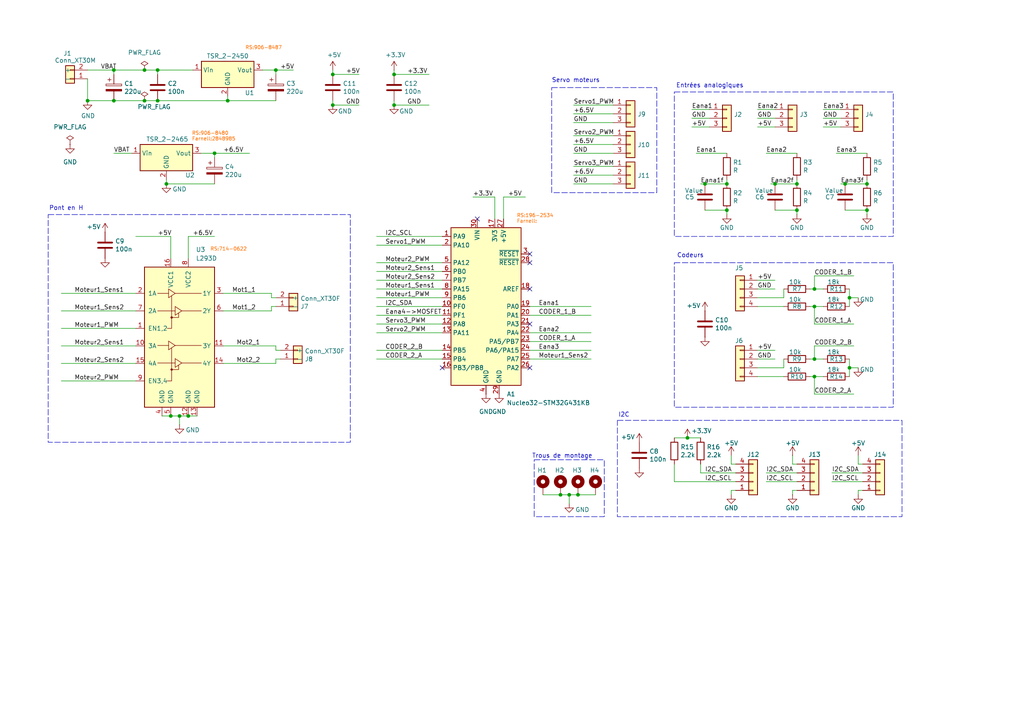
<source format=kicad_sch>
(kicad_sch (version 20231120) (generator "eeschema") (generator_version "8.0")
  (paper "A4")
  (lib_symbols
    (symbol "CRLG-CPU:Nucleo32-STM32G431KB"
      (property "Reference" "A" (at -10.16 23.495 0))
      (property "Value" "Nucleo32-STM32G431KB" (at 5.08 -24.13 0))
      (symbol "Nucleo32-STM32G431KB_0_1"
        (rectangle (start -10.16 22.86) (end 10.16 -22.86) (stroke (width 0.254)) (fill (type background)))
      )
      (symbol "Nucleo32-STM32G431KB_1_1"
        (pin bidirectional line (at -12.7 20.32 0) (length 2.54) (name "PA9") (number "1"))
        (pin bidirectional line (at -12.7 0 0) (length 2.54) (name "PF0") (number "10"))
        (pin bidirectional line (at -12.7 -2.54 0) (length 2.54) (name "PF1") (number "11"))
        (pin bidirectional line (at -12.7 -5.08 0) (length 2.54) (name "PA8") (number "12"))
        (pin bidirectional line (at -12.7 -7.62 0) (length 2.54) (name "PA11") (number "13"))
        (pin bidirectional line (at -12.7 -12.7 0) (length 2.54) (name "PB5") (number "14"))
        (pin bidirectional line (at -12.7 -15.24 0) (length 2.54) (name "PB4") (number "15"))
        (pin bidirectional line (at -12.7 -17.78 0) (length 2.54) (name "PB3/PB8") (number "16"))
        (pin power_out line (at 2.54 25.4 270) (length 2.54) (name "3V3") (number "17"))
        (pin input line (at 12.7 5.08 180) (length 2.54) (name "AREF") (number "18"))
        (pin bidirectional line (at 12.7 0 180) (length 2.54) (name "PA0") (number "19"))
        (pin bidirectional line (at -12.7 17.78 0) (length 2.54) (name "PA10") (number "2"))
        (pin bidirectional line (at 12.7 -2.54 180) (length 2.54) (name "PA1") (number "20"))
        (pin bidirectional line (at 12.7 -5.08 180) (length 2.54) (name "PA3") (number "21"))
        (pin bidirectional line (at 12.7 -7.62 180) (length 2.54) (name "PA4") (number "22"))
        (pin bidirectional line (at 12.7 -10.16 180) (length 2.54) (name "PA5/PB7") (number "23"))
        (pin bidirectional line (at 12.7 -12.7 180) (length 2.54) (name "PA6/PA15") (number "24"))
        (pin bidirectional line (at 12.7 -15.24 180) (length 2.54) (name "PA7") (number "25"))
        (pin bidirectional line (at 12.7 -17.78 180) (length 2.54) (name "PA2") (number "26"))
        (pin power_out line (at 5.08 25.4 270) (length 2.54) (name "+5V") (number "27"))
        (pin input line (at 12.7 12.7 180) (length 2.54) (name "~{RESET}") (number "28"))
        (pin passive line (at 3.81 -25.4 90) (length 2.54) (name "GND") (number "29"))
        (pin input line (at 12.7 15.24 180) (length 2.54) (name "~{RESET}") (number "3"))
        (pin power_in line (at -2.54 25.4 270) (length 2.54) (name "VIN") (number "30"))
        (pin power_in line (at 0 -25.4 90) (length 2.54) (name "GND") (number "4"))
        (pin bidirectional line (at -12.7 12.7 0) (length 2.54) (name "PA12") (number "5"))
        (pin bidirectional line (at -12.7 10.16 0) (length 2.54) (name "PB0") (number "6"))
        (pin bidirectional line (at -12.7 7.62 0) (length 2.54) (name "PB7") (number "7"))
        (pin bidirectional line (at -12.7 5.08 0) (length 2.54) (name "PA15") (number "8"))
        (pin bidirectional line (at -12.7 2.54 0) (length 2.54) (name "PB6") (number "9"))
      )
    )
    (symbol "CRLG-Connectors:Conn_01x03" (pin_names (offset 1.016) hide)
      (property "Reference" "J" (at 0 5.08 0))
      (property "Value" "Conn_01x03" (at 0 -5.08 0))
      (symbol "Conn_01x03_1_1"
        (rectangle (start -1.27 -2.413) (end 0 -2.667) (stroke (width 0.1524)))
        (rectangle (start -1.27 0.127) (end 0 -0.127) (stroke (width 0.1524)))
        (rectangle (start -1.27 2.667) (end 0 2.413) (stroke (width 0.1524)))
        (rectangle (start -1.27 3.81) (end 1.27 -3.81) (stroke (width 0.254)) (fill (type background)))
        (pin passive line (at -5.08 2.54 0) (length 3.81) (name "Pin_1") (number "1"))
        (pin passive line (at -5.08 0 0) (length 3.81) (name "Pin_2") (number "2"))
        (pin passive line (at -5.08 -2.54 0) (length 3.81) (name "Pin_3") (number "3"))
      )
    )
    (symbol "CRLG-Connectors:Conn_01x04" (pin_names (offset 1.016) hide)
      (property "Reference" "J" (at 0 5.08 0))
      (property "Value" "Conn_01x04" (at 0 -7.62 0))
      (symbol "Conn_01x04_1_1"
        (rectangle (start -1.27 -4.953) (end 0 -5.207) (stroke (width 0.1524)))
        (rectangle (start -1.27 -2.413) (end 0 -2.667) (stroke (width 0.1524)))
        (rectangle (start -1.27 0.127) (end 0 -0.127) (stroke (width 0.1524)))
        (rectangle (start -1.27 2.667) (end 0 2.413) (stroke (width 0.1524)))
        (rectangle (start -1.27 3.81) (end 1.27 -6.35) (stroke (width 0.254)) (fill (type background)))
        (pin passive line (at -5.08 2.54 0) (length 3.81) (name "Pin_1") (number "1"))
        (pin passive line (at -5.08 0 0) (length 3.81) (name "Pin_2") (number "2"))
        (pin passive line (at -5.08 -2.54 0) (length 3.81) (name "Pin_3") (number "3"))
        (pin passive line (at -5.08 -5.08 0) (length 3.81) (name "Pin_4") (number "4"))
      )
    )
    (symbol "CRLG-Connectors:Conn_XT30F" (pin_names (offset 1.016))
      (property "Reference" "J" (at 0 2.54 0))
      (property "Value" "Conn_XT30F" (at 0 -5.08 0))
      (symbol "Conn_XT30F_1_1"
        (rectangle (start -1.27 -2.413) (end 0 -2.667) (stroke (width 0.1524)))
        (rectangle (start -1.27 0.127) (end 0 -0.127) (stroke (width 0.1524)))
        (rectangle (start -1.27 1.27) (end 1.27 -3.81) (stroke (width 0.254)) (fill (type background)))
        (pin passive line (at -5.08 0 0) (length 3.81) (name "-") (number "1"))
        (pin passive line (at -5.08 -2.54 0) (length 3.81) (name "+") (number "2"))
      )
    )
    (symbol "CRLG-Connectors:Conn_XT30M" (pin_names (offset 1.016))
      (property "Reference" "J" (at 0 2.54 0))
      (property "Value" "Conn_XT30M" (at 0 -5.08 0))
      (symbol "Conn_XT30M_1_1"
        (rectangle (start -1.27 -2.413) (end 0 -2.667) (stroke (width 0.1524)))
        (rectangle (start -1.27 0.127) (end 0 -0.127) (stroke (width 0.1524)))
        (rectangle (start -1.27 1.27) (end 1.27 -3.81) (stroke (width 0.254)) (fill (type background)))
        (pin passive line (at -5.08 0 0) (length 3.81) (name "-") (number "1"))
        (pin passive line (at -5.08 -2.54 0) (length 3.81) (name "+") (number "2"))
      )
    )
    (symbol "CRLG-Passive:C" (pin_numbers hide) (pin_names (offset 0.254))
      (property "Reference" "C" (at 0.635 2.54 0))
      (property "Value" "C" (at 0.635 -2.54 0))
      (symbol "C_0_1"
        (polyline (pts (xy -2.032 -0.762) (xy 2.032 -0.762)) (stroke (width 0.508)))
        (polyline (pts (xy -2.032 0.762) (xy 2.032 0.762)) (stroke (width 0.508)))
      )
      (symbol "C_1_1"
        (pin passive line (at 0 3.81 270) (length 2.794) (name "~") (number "1"))
        (pin passive line (at 0 -3.81 90) (length 2.794) (name "~") (number "2"))
      )
    )
    (symbol "CRLG-Passive:CP" (pin_numbers hide) (pin_names (offset 0.254))
      (property "Reference" "C" (at 0.635 2.54 0))
      (property "Value" "CP" (at 0.635 -2.54 0))
      (symbol "CP_0_1"
        (rectangle (start -2.286 0.508) (end 2.286 1.016))
        (polyline (pts (xy -1.778 2.286) (xy -0.762 2.286)))
        (polyline (pts (xy -1.27 2.794) (xy -1.27 1.778)))
        (rectangle (start 2.286 -0.508) (end -2.286 -1.016) (fill (type outline)))
      )
      (symbol "CP_1_1"
        (pin passive line (at 0 3.81 270) (length 2.794) (name "~") (number "1"))
        (pin passive line (at 0 -3.81 90) (length 2.794) (name "~") (number "2"))
      )
    )
    (symbol "CRLG-Passive:R" (pin_numbers hide) (pin_names (offset 0))
      (property "Reference" "R" (at 2.032 0 90))
      (property "Value" "R" (at 0 0 90))
      (symbol "R_0_1"
        (rectangle (start -1.016 -2.54) (end 1.016 2.54) (stroke (width 0.254)))
      )
      (symbol "R_1_1"
        (pin passive line (at 0 3.81 270) (length 1.27) (name "~") (number "1"))
        (pin passive line (at 0 -3.81 90) (length 1.27) (name "~") (number "2"))
      )
    )
    (symbol "CRLG_Regulators:TSR_2-2450"
      (property "Reference" "U" (at -7.62 6.35 0))
      (property "Value" "TSR_2-2450" (at -1.27 6.35 0))
      (symbol "TSR_2-2450_0_1"
        (rectangle (start -7.62 5.08) (end 7.62 -2.54) (stroke (width 0.254)) (fill (type background)))
      )
      (symbol "TSR_2-2450_1_1"
        (pin power_in line (at -10.16 2.54 0) (length 2.54) (name "Vin") (number "1"))
        (pin power_in line (at 0 -5.08 90) (length 2.54) (name "GND") (number "2"))
        (pin power_out line (at 10.16 2.54 180) (length 2.54) (name "Vout") (number "3"))
      )
    )
    (symbol "CRLG_Regulators:TSR_2-2465"
      (property "Reference" "U" (at -7.62 6.35 0))
      (property "Value" "TSR_2-2465" (at -1.27 6.35 0))
      (symbol "TSR_2-2465_0_1"
        (rectangle (start -7.62 5.08) (end 7.62 -2.54) (stroke (width 0.254)) (fill (type background)))
      )
      (symbol "TSR_2-2465_1_1"
        (pin power_in line (at -10.16 2.54 0) (length 2.54) (name "Vin") (number "1"))
        (pin power_in line (at 0 -5.08 90) (length 2.54) (name "GND") (number "2"))
        (pin power_out line (at 10.16 2.54 180) (length 2.54) (name "Vout") (number "3"))
      )
    )
    (symbol "Driver_Motor:L293D" (pin_names (offset 1.016))
      (property "Reference" "U" (at -5.08 26.035 0))
      (property "Value" "L293D" (at -5.08 24.13 0))
      (symbol "L293D_0_1"
        (rectangle (start -10.16 22.86) (end 10.16 -17.78) (stroke (width 0.254)) (fill (type background)))
        (circle (center -2.286 -6.858) (radius 0.254) (fill (type outline)))
        (circle (center -2.286 8.255) (radius 0.254) (fill (type outline)))
        (polyline (pts (xy -6.35 -4.953) (xy -1.27 -4.953)))
        (polyline (pts (xy -6.35 0.127) (xy -3.175 0.127)))
        (polyline (pts (xy -6.35 10.16) (xy -1.27 10.16)))
        (polyline (pts (xy -6.35 15.24) (xy -3.175 15.24)))
        (polyline (pts (xy -1.27 0.127) (xy 6.35 0.127)))
        (polyline (pts (xy -1.27 15.24) (xy 6.35 15.24)))
        (polyline (pts (xy 0.635 -4.953) (xy 6.35 -4.953)))
        (polyline (pts (xy 0.635 10.16) (xy 6.35 10.16)))
        (polyline (pts (xy -2.286 -6.858) (xy -0.254 -6.858) (xy -0.254 -5.588)))
        (polyline (pts (xy -2.286 -0.635) (xy -2.286 -10.16) (xy -3.556 -10.16)))
        (polyline (pts (xy -2.286 8.255) (xy -0.254 8.255) (xy -0.254 9.525)))
        (polyline (pts (xy -2.286 14.478) (xy -2.286 5.08) (xy -3.556 5.08)))
        (polyline (pts (xy -3.175 1.397) (xy -3.175 -1.143) (xy -1.27 0.127) (xy -3.175 1.397)))
        (polyline (pts (xy -3.175 16.51) (xy -3.175 13.97) (xy -1.27 15.24) (xy -3.175 16.51)))
        (polyline (pts (xy -1.27 -3.683) (xy -1.27 -6.223) (xy 0.635 -4.953) (xy -1.27 -3.683)))
        (polyline (pts (xy -1.27 11.43) (xy -1.27 8.89) (xy 0.635 10.16) (xy -1.27 11.43)))
      )
      (symbol "L293D_1_1"
        (pin input line (at -12.7 5.08 0) (length 2.54) (name "EN1,2") (number "1"))
        (pin input line (at -12.7 0 0) (length 2.54) (name "3A") (number "10"))
        (pin output line (at 12.7 0 180) (length 2.54) (name "3Y") (number "11"))
        (pin power_in line (at 2.54 -20.32 90) (length 2.54) (name "GND") (number "12"))
        (pin power_in line (at 5.08 -20.32 90) (length 2.54) (name "GND") (number "13"))
        (pin output line (at 12.7 -5.08 180) (length 2.54) (name "4Y") (number "14"))
        (pin input line (at -12.7 -5.08 0) (length 2.54) (name "4A") (number "15"))
        (pin power_in line (at -2.54 25.4 270) (length 2.54) (name "VCC1") (number "16"))
        (pin input line (at -12.7 15.24 0) (length 2.54) (name "1A") (number "2"))
        (pin output line (at 12.7 15.24 180) (length 2.54) (name "1Y") (number "3"))
        (pin power_in line (at -5.08 -20.32 90) (length 2.54) (name "GND") (number "4"))
        (pin power_in line (at -2.54 -20.32 90) (length 2.54) (name "GND") (number "5"))
        (pin output line (at 12.7 10.16 180) (length 2.54) (name "2Y") (number "6"))
        (pin input line (at -12.7 10.16 0) (length 2.54) (name "2A") (number "7"))
        (pin power_in line (at 2.54 25.4 270) (length 2.54) (name "VCC2") (number "8"))
        (pin input line (at -12.7 -10.16 0) (length 2.54) (name "EN3,4") (number "9"))
      )
    )
    (symbol "Mechanical:MountingHole_Pad" (pin_numbers hide) (pin_names (offset 1.016) hide) (exclude_from_sim yes) (in_bom no)
      (property "Reference" "H" (at 0 6.35 0))
      (property "Value" "MountingHole_Pad" (at 0 4.445 0))
      (symbol "MountingHole_Pad_0_1"
        (circle (center 0 1.27) (radius 1.27) (stroke (width 1.27)))
      )
      (symbol "MountingHole_Pad_1_1"
        (pin input line (at 0 -2.54 90) (length 2.54) (name "1") (number "1"))
      )
    )
    (symbol "power:+3.3V" (power) (pin_numbers hide) (pin_names (offset 0) hide)
      (property "Value" "+3.3V" (at 0 3.556 0))
      (symbol "+3.3V_0_1"
        (polyline (pts (xy -0.762 1.27) (xy 0 2.54)))
        (polyline (pts (xy 0 0) (xy 0 2.54)))
        (polyline (pts (xy 0 2.54) (xy 0.762 1.27)))
      )
      (symbol "+3.3V_1_1"
        (pin power_in line (at 0 0 90) (length 0) (name "~") (number "1"))
      )
    )
    (symbol "power:+5V" (power) (pin_numbers hide) (pin_names (offset 0) hide)
      (property "Value" "+5V" (at 0 3.556 0))
      (symbol "+5V_0_1"
        (polyline (pts (xy -0.762 1.27) (xy 0 2.54)))
        (polyline (pts (xy 0 0) (xy 0 2.54)))
        (polyline (pts (xy 0 2.54) (xy 0.762 1.27)))
      )
      (symbol "+5V_1_1"
        (pin power_in line (at 0 0 90) (length 0) (name "~") (number "1"))
      )
    )
    (symbol "power:GND" (power) (pin_numbers hide) (pin_names (offset 0) hide)
      (property "Value" "GND" (at 0 -3.81 0))
      (symbol "GND_0_1"
        (polyline (pts (xy 0 0) (xy 0 -1.27) (xy 1.27 -1.27) (xy 0 -2.54) (xy -1.27 -1.27) (xy 0 -1.27)))
      )
      (symbol "GND_1_1"
        (pin power_in line (at 0 0 270) (length 0) (name "~") (number "1"))
      )
    )
    (symbol "power:PWR_FLAG" (power) (pin_numbers hide) (pin_names (offset 0) hide)
      (property "Value" "PWR_FLAG" (at 0 3.81 0))
      (symbol "PWR_FLAG_0_0"
        (pin power_out line (at 0 0 90) (length 0) (name "~") (number "1"))
      )
      (symbol "PWR_FLAG_0_1"
        (polyline (pts (xy 0 0) (xy 0 1.27) (xy -1.016 1.905) (xy 0 2.54) (xy 1.016 1.905) (xy 0 1.27)))
      )
    )
  )
  (junction (at 114.3 30.48))
  (junction (at 246.38 86.36))
  (junction (at 54.61 120.65))
  (junction (at 236.22 104.14))
  (junction (at 49.53 120.65))
  (junction (at 41.91 20.32))
  (junction (at 96.52 30.48))
  (junction (at 114.3 21.59))
  (junction (at 45.72 29.21))
  (junction (at 167.64 143.51))
  (junction (at 204.47 53.34))
  (junction (at 231.14 53.34))
  (junction (at 210.82 53.34))
  (junction (at 33.02 20.32))
  (junction (at 52.07 120.65))
  (junction (at 236.22 109.22))
  (junction (at 62.23 44.45))
  (junction (at 231.14 60.96))
  (junction (at 246.38 106.68))
  (junction (at 25.4 29.21))
  (junction (at 162.56 143.51))
  (junction (at 165.1 143.51))
  (junction (at 251.46 53.34))
  (junction (at 80.01 20.32))
  (junction (at 224.79 53.34))
  (junction (at 45.72 20.32))
  (junction (at 199.39 127))
  (junction (at 66.04 29.21))
  (junction (at 48.26 53.34))
  (junction (at 236.22 83.82))
  (junction (at 210.82 60.96))
  (junction (at 96.52 21.59))
  (junction (at 251.46 60.96))
  (junction (at 245.11 53.34))
  (junction (at 41.91 29.21))
  (junction (at 33.02 29.21))
  (junction (at 236.22 88.9))
  (no_connect (at 138.43 63.5))
  (no_connect (at 153.67 106.68))
  (no_connect (at 153.67 76.2))
  (no_connect (at 153.67 83.82))
  (no_connect (at 128.27 106.68))
  (no_connect (at 153.67 93.98))
  (no_connect (at 153.67 73.66))
  (wire (pts (xy 212.09 142.24) (xy 212.09 143.51)))
  (wire (pts (xy 166.37 44.45) (xy 177.8 44.45)))
  (wire (pts (xy 236.22 80.01) (xy 247.65 80.01)))
  (wire (pts (xy 200.66 31.75) (xy 205.74 31.75)))
  (wire (pts (xy 162.56 143.51) (xy 157.48 143.51)))
  (wire (pts (xy 109.22 93.98) (xy 128.27 93.98)))
  (wire (pts (xy 248.92 142.24) (xy 248.92 143.51)))
  (wire (pts (xy 146.05 57.15) (xy 152.4 57.15)))
  (wire (pts (xy 195.58 127) (xy 199.39 127)))
  (wire (pts (xy 222.25 137.16) (xy 231.14 137.16)))
  (wire (pts (xy 234.95 109.22) (xy 236.22 109.22)))
  (wire (pts (xy 246.38 86.36) (xy 246.38 88.9)))
  (wire (pts (xy 229.87 132.08) (xy 229.87 134.62)))
  (wire (pts (xy 45.72 29.21) (xy 66.04 29.21)))
  (wire (pts (xy 227.33 106.68) (xy 227.33 104.14)))
  (wire (pts (xy 45.72 20.32) (xy 55.88 20.32)))
  (wire (pts (xy 109.22 101.6) (xy 128.27 101.6)))
  (wire (pts (xy 64.77 100.33) (xy 80.01 100.33)))
  (wire (pts (xy 236.22 109.22) (xy 236.22 114.3)))
  (wire (pts (xy 236.22 80.01) (xy 236.22 83.82)))
  (wire (pts (xy 166.37 30.48) (xy 177.8 30.48)))
  (wire (pts (xy 45.72 20.32) (xy 45.72 21.59)))
  (wire (pts (xy 62.23 44.45) (xy 72.39 44.45)))
  (wire (pts (xy 248.92 132.08) (xy 248.92 134.62)))
  (wire (pts (xy 80.01 20.32) (xy 85.09 20.32)))
  (wire (pts (xy 234.95 104.14) (xy 236.22 104.14)))
  (wire (pts (xy 223.52 53.34) (xy 224.79 53.34)))
  (wire (pts (xy 243.84 53.34) (xy 245.11 53.34)))
  (wire (pts (xy 109.22 71.12) (xy 128.27 71.12)))
  (wire (pts (xy 143.51 63.5) (xy 143.51 57.15)))
  (wire (pts (xy 109.22 91.44) (xy 128.27 91.44)))
  (wire (pts (xy 251.46 52.07) (xy 251.46 53.34)))
  (wire (pts (xy 39.37 68.58) (xy 49.53 68.58)))
  (wire (pts (xy 25.4 20.32) (xy 33.02 20.32)))
  (wire (pts (xy 245.11 60.96) (xy 251.46 60.96)))
  (wire (pts (xy 219.71 34.29) (xy 224.79 34.29)))
  (wire (pts (xy 166.37 33.02) (xy 177.8 33.02)))
  (wire (pts (xy 109.22 78.74) (xy 128.27 78.74)))
  (wire (pts (xy 78.74 86.36) (xy 80.01 86.36)))
  (wire (pts (xy 227.33 86.36) (xy 227.33 83.82)))
  (wire (pts (xy 80.01 104.14) (xy 81.28 104.14)))
  (wire (pts (xy 236.22 88.9) (xy 238.76 88.9)))
  (wire (pts (xy 25.4 22.86) (xy 25.4 29.21)))
  (wire (pts (xy 219.71 109.22) (xy 227.33 109.22)))
  (wire (pts (xy 236.22 93.98) (xy 247.65 93.98)))
  (wire (pts (xy 236.22 88.9) (xy 236.22 93.98)))
  (wire (pts (xy 54.61 120.65) (xy 57.15 120.65)))
  (wire (pts (xy 236.22 104.14) (xy 238.76 104.14)))
  (wire (pts (xy 172.72 143.51) (xy 167.64 143.51)))
  (wire (pts (xy 153.67 91.44) (xy 171.45 91.44)))
  (wire (pts (xy 153.67 104.14) (xy 171.45 104.14)))
  (wire (pts (xy 238.76 34.29) (xy 243.84 34.29)))
  (wire (pts (xy 17.78 95.25) (xy 39.37 95.25)))
  (wire (pts (xy 241.3 137.16) (xy 250.19 137.16)))
  (wire (pts (xy 200.66 36.83) (xy 205.74 36.83)))
  (wire (pts (xy 219.71 88.9) (xy 227.33 88.9)))
  (wire (pts (xy 153.67 99.06) (xy 171.45 99.06)))
  (wire (pts (xy 246.38 86.36) (xy 248.92 86.36)))
  (wire (pts (xy 246.38 106.68) (xy 246.38 109.22)))
  (wire (pts (xy 162.56 143.51) (xy 165.1 143.51)))
  (wire (pts (xy 137.16 57.15) (xy 143.51 57.15)))
  (wire (pts (xy 96.52 29.21) (xy 96.52 30.48)))
  (wire (pts (xy 203.2 53.34) (xy 204.47 53.34)))
  (wire (pts (xy 62.23 44.45) (xy 62.23 45.72)))
  (wire (pts (xy 234.95 83.82) (xy 236.22 83.82)))
  (wire (pts (xy 250.19 142.24) (xy 248.92 142.24)))
  (wire (pts (xy 219.71 36.83) (xy 224.79 36.83)))
  (wire (pts (xy 49.53 74.93) (xy 49.53 68.58)))
  (wire (pts (xy 224.79 53.34) (xy 231.14 53.34)))
  (wire (pts (xy 210.82 52.07) (xy 210.82 53.34)))
  (wire (pts (xy 236.22 83.82) (xy 238.76 83.82)))
  (wire (pts (xy 80.01 105.41) (xy 80.01 104.14)))
  (wire (pts (xy 109.22 96.52) (xy 128.27 96.52)))
  (wire (pts (xy 203.2 137.16) (xy 213.36 137.16)))
  (wire (pts (xy 17.78 100.33) (xy 39.37 100.33)))
  (wire (pts (xy 109.22 76.2) (xy 128.27 76.2)))
  (wire (pts (xy 242.57 44.45) (xy 251.46 44.45)))
  (wire (pts (xy 76.2 20.32) (xy 80.01 20.32)))
  (wire (pts (xy 114.3 20.32) (xy 114.3 21.59)))
  (wire (pts (xy 96.52 21.59) (xy 104.14 21.59)))
  (wire (pts (xy 64.77 90.17) (xy 78.74 90.17)))
  (wire (pts (xy 80.01 29.21) (xy 66.04 29.21)))
  (wire (pts (xy 33.02 20.32) (xy 33.02 21.59)))
  (wire (pts (xy 78.74 85.09) (xy 78.74 86.36)))
  (wire (pts (xy 231.14 52.07) (xy 231.14 53.34)))
  (wire (pts (xy 153.67 88.9) (xy 171.45 88.9)))
  (wire (pts (xy 66.04 29.21) (xy 66.04 27.94)))
  (wire (pts (xy 114.3 29.21) (xy 114.3 30.48)))
  (wire (pts (xy 229.87 142.24) (xy 229.87 143.51)))
  (wire (pts (xy 80.01 101.6) (xy 81.28 101.6)))
  (wire (pts (xy 236.22 100.33) (xy 247.65 100.33)))
  (wire (pts (xy 231.14 60.96) (xy 231.14 62.23)))
  (wire (pts (xy 236.22 100.33) (xy 236.22 104.14)))
  (wire (pts (xy 224.79 60.96) (xy 231.14 60.96)))
  (wire (pts (xy 114.3 21.59) (xy 124.46 21.59)))
  (wire (pts (xy 96.52 20.32) (xy 96.52 21.59)))
  (wire (pts (xy 17.78 105.41) (xy 39.37 105.41)))
  (wire (pts (xy 234.95 88.9) (xy 236.22 88.9)))
  (wire (pts (xy 166.37 50.8) (xy 177.8 50.8)))
  (wire (pts (xy 203.2 134.62) (xy 203.2 137.16)))
  (wire (pts (xy 166.37 48.26) (xy 177.8 48.26)))
  (wire (pts (xy 109.22 104.14) (xy 128.27 104.14)))
  (wire (pts (xy 166.37 39.37) (xy 177.8 39.37)))
  (wire (pts (xy 49.53 120.65) (xy 52.07 120.65)))
  (wire (pts (xy 219.71 31.75) (xy 224.79 31.75)))
  (wire (pts (xy 46.99 120.65) (xy 49.53 120.65)))
  (wire (pts (xy 48.26 52.07) (xy 48.26 53.34)))
  (wire (pts (xy 153.67 96.52) (xy 171.45 96.52)))
  (wire (pts (xy 166.37 35.56) (xy 177.8 35.56)))
  (wire (pts (xy 33.02 29.21) (xy 41.91 29.21)))
  (wire (pts (xy 17.78 85.09) (xy 39.37 85.09)))
  (wire (pts (xy 236.22 109.22) (xy 238.76 109.22)))
  (wire (pts (xy 109.22 68.58) (xy 128.27 68.58)))
  (wire (pts (xy 25.4 29.21) (xy 33.02 29.21)))
  (wire (pts (xy 201.93 44.45) (xy 210.82 44.45)))
  (wire (pts (xy 78.74 90.17) (xy 78.74 88.9)))
  (wire (pts (xy 245.11 53.34) (xy 251.46 53.34)))
  (wire (pts (xy 212.09 132.08) (xy 212.09 134.62)))
  (wire (pts (xy 246.38 104.14) (xy 246.38 106.68)))
  (wire (pts (xy 236.22 114.3) (xy 247.65 114.3)))
  (wire (pts (xy 222.25 44.45) (xy 231.14 44.45)))
  (wire (pts (xy 52.07 120.65) (xy 54.61 120.65)))
  (wire (pts (xy 248.92 134.62) (xy 250.19 134.62)))
  (wire (pts (xy 17.78 110.49) (xy 39.37 110.49)))
  (wire (pts (xy 17.78 90.17) (xy 39.37 90.17)))
  (wire (pts (xy 219.71 81.28) (xy 224.79 81.28)))
  (wire (pts (xy 78.74 88.9) (xy 80.01 88.9)))
  (wire (pts (xy 204.47 53.34) (xy 210.82 53.34)))
  (wire (pts (xy 238.76 36.83) (xy 243.84 36.83)))
  (wire (pts (xy 165.1 143.51) (xy 167.64 143.51)))
  (wire (pts (xy 109.22 86.36) (xy 128.27 86.36)))
  (wire (pts (xy 204.47 60.96) (xy 210.82 60.96)))
  (wire (pts (xy 165.1 143.51) (xy 165.1 146.05)))
  (wire (pts (xy 109.22 81.28) (xy 128.27 81.28)))
  (wire (pts (xy 219.71 106.68) (xy 227.33 106.68)))
  (wire (pts (xy 54.61 68.58) (xy 62.23 68.58)))
  (wire (pts (xy 219.71 104.14) (xy 224.79 104.14)))
  (wire (pts (xy 64.77 105.41) (xy 80.01 105.41)))
  (wire (pts (xy 153.67 101.6) (xy 171.45 101.6)))
  (wire (pts (xy 222.25 139.7) (xy 231.14 139.7)))
  (wire (pts (xy 80.01 20.32) (xy 80.01 21.59)))
  (wire (pts (xy 109.22 83.82) (xy 128.27 83.82)))
  (wire (pts (xy 80.01 100.33) (xy 80.01 101.6)))
  (wire (pts (xy 41.91 20.32) (xy 45.72 20.32)))
  (wire (pts (xy 246.38 83.82) (xy 246.38 86.36)))
  (wire (pts (xy 241.3 139.7) (xy 250.19 139.7)))
  (wire (pts (xy 166.37 41.91) (xy 177.8 41.91)))
  (wire (pts (xy 251.46 60.96) (xy 251.46 62.23)))
  (wire (pts (xy 219.71 83.82) (xy 224.79 83.82)))
  (wire (pts (xy 231.14 142.24) (xy 229.87 142.24)))
  (wire (pts (xy 33.02 20.32) (xy 41.91 20.32)))
  (wire (pts (xy 212.09 134.62) (xy 213.36 134.62)))
  (wire (pts (xy 246.38 106.68) (xy 248.92 106.68)))
  (wire (pts (xy 213.36 142.24) (xy 212.09 142.24)))
  (wire (pts (xy 109.22 88.9) (xy 128.27 88.9)))
  (wire (pts (xy 166.37 53.34) (xy 177.8 53.34)))
  (wire (pts (xy 114.3 30.48) (xy 124.46 30.48)))
  (wire (pts (xy 195.58 134.62) (xy 195.58 139.7)))
  (wire (pts (xy 54.61 74.93) (xy 54.61 68.58)))
  (wire (pts (xy 48.26 53.34) (xy 62.23 53.34)))
  (wire (pts (xy 96.52 30.48) (xy 104.14 30.48)))
  (wire (pts (xy 210.82 60.96) (xy 210.82 62.23)))
  (wire (pts (xy 58.42 44.45) (xy 62.23 44.45)))
  (wire (pts (xy 219.71 101.6) (xy 224.79 101.6)))
  (wire (pts (xy 64.77 85.09) (xy 78.74 85.09)))
  (wire (pts (xy 229.87 134.62) (xy 231.14 134.62)))
  (wire (pts (xy 33.02 44.45) (xy 38.1 44.45)))
  (wire (pts (xy 146.05 63.5) (xy 146.05 57.15)))
  (wire (pts (xy 200.66 34.29) (xy 205.74 34.29)))
  (wire (pts (xy 219.71 86.36) (xy 227.33 86.36)))
  (wire (pts (xy 195.58 139.7) (xy 213.36 139.7)))
  (wire (pts (xy 52.07 120.65) (xy 52.07 123.19)))
  (wire (pts (xy 199.39 127) (xy 203.2 127)))
  (wire (pts (xy 238.76 31.75) (xy 243.84 31.75)))
  (wire (pts (xy 41.91 29.21) (xy 45.72 29.21)))
  (rectangle (start 160.02 25.4) (end 190.5 55.88) (stroke (width 0) (type dash)))
  (rectangle (start 179.07 121.92) (end 261.62 149.86) (stroke (width 0) (type dash)))
  (rectangle (start 195.58 26.67) (end 259.08 68.58) (stroke (width 0) (type dash)))
  (rectangle (start 195.58 76.2) (end 259.08 118.11) (stroke (width 0) (type dash)))
  (rectangle (start 13.97 62.23) (end 101.6 128.27) (stroke (width 0) (type dash)))
  (rectangle (start 154.94 133.35) (end 175.26 149.86) (stroke (width 0) (type dash)))
  (text "RS:714-0622" (at 60.96 72.39 0) (effects (font (size 1.016 1.016)) (justify left)))
  (text "Servo moteurs" (at 160.02 24.13 0) (effects (font (size 1.27 1.27)) (justify left bottom)))
  (text "Pont en H" (at 14.224 61.214 0) (effects (font (size 1.27 1.27)) (justify left bottom)))
  (text "I2C" (at 179.324 121.158 0) (effects (font (size 1.27 1.27)) (justify left bottom)))
  (text "Entrées analogiques" (at 196.088 25.654 0) (effects (font (size 1.27 1.27)) (justify left bottom)))
  (text "TODO\n- Remplacer Eana4 par une sortie TOR sur un MOSFET" (at 115.316 -16.256 0) (effects (font (size 1.27 1.27)) (justify left)))
  (text "RS:196-2534\nFarnell: " (at 149.86 63.5 0) (effects (font (size 1.016 1.016)) (justify left)))
  (text "RS:906-8487" (at 71.12 13.97 0) (effects (font (size 1.016 1.016)) (justify left)))
  (text "RS:906-8480\nFarnell:2848985" (at 55.626 39.624 0) (effects (font (size 1.016 1.016)) (justify left)))
  (text "Trous de montage" (at 163.068 132.334 0) (effects (font (size 1.27 1.27))))
  (text "Codeurs" (at 196.342 74.93 0) (effects (font (size 1.27 1.27)) (justify left bottom)))
  (label "Eana4->MOSFET" (at 111.76 91.44 0))
  (label "Moteur1_Sens1" (at 21.59 85.09 0))
  (label "I2C_SCL" (at 222.25 139.7 0))
  (label "+5V" (at 147.32 57.15 0))
  (label "+5V" (at 219.71 101.6 0))
  (label "+6.5V" (at 166.37 50.8 0))
  (label "GND" (at 219.71 104.14 0))
  (label "Moteur1_Sens2" (at 156.21 104.14 0))
  (label "Mot1_1" (at 67.31 85.09 0))
  (label "Moteur2_Sens2" (at 111.76 81.28 0))
  (label "Moteur1_PWM" (at 111.76 86.36 0))
  (label "+6.5V" (at 55.88 68.58 0))
  (label "Mot2_1" (at 68.58 100.33 0))
  (label "GND" (at 118.11 30.48 0))
  (label "Eana2" (at 222.25 44.45 0))
  (label "CODER_2_A" (at 111.76 104.14 0))
  (label "Eana3" (at 242.57 44.45 0))
  (label "CODER_2_B" (at 236.22 100.33 0))
  (label "GND" (at 166.37 53.34 0))
  (label "I2C_SCL" (at 241.3 139.7 0))
  (label "+6.5V" (at 166.37 33.02 0))
  (label "+6.5V" (at 64.77 44.45 0))
  (label "+5V" (at 45.72 68.58 0))
  (label "Mot2_2" (at 68.58 105.41 0))
  (label "Eana1" (at 156.21 88.9 0))
  (label "GND" (at 200.66 34.29 0))
  (label "I2C_SDA" (at 204.47 137.16 0))
  (label "Eana3f" (at 243.84 53.34 0))
  (label "I2C_SDA" (at 222.25 137.16 0))
  (label "CODER_1_B" (at 156.21 91.44 0))
  (label "I2C_SCL" (at 204.47 139.7 0))
  (label "CODER_1_A" (at 156.21 99.06 0))
  (label "Mot1_2" (at 67.31 90.17 0))
  (label "+5V" (at 219.71 36.83 0))
  (label "VBAT" (at 33.02 44.45 0))
  (label "I2C_SDA" (at 111.76 88.9 0))
  (label "+5V" (at 238.76 36.83 0))
  (label "Servo1_PWM" (at 166.37 30.48 0))
  (label "+3.3V" (at 137.16 57.15 0))
  (label "Moteur1_Sens2" (at 21.59 90.17 0))
  (label "Servo3_PWM" (at 166.37 48.26 0))
  (label "+5V" (at 81.28 20.32 0))
  (label "Eana2" (at 156.21 96.52 0))
  (label "Servo2_PWM" (at 111.76 96.52 0))
  (label "GND" (at 219.71 34.29 0))
  (label "CODER_1_B" (at 236.22 80.01 0))
  (label "Moteur1_Sens1" (at 111.76 83.82 0))
  (label "Moteur2_PWM" (at 111.76 76.2 0))
  (label "CODER_2_B" (at 111.76 101.6 0))
  (label "+6.5V" (at 166.37 41.91 0))
  (label "VBAT" (at 29.21 20.32 0))
  (label "Servo2_PWM" (at 166.37 39.37 0))
  (label "GND" (at 238.76 34.29 0))
  (label "GND" (at 219.71 83.82 0))
  (label "+5V" (at 200.66 36.83 0))
  (label "CODER_2_A" (at 236.22 114.3 0))
  (label "Moteur2_Sens1" (at 111.76 78.74 0))
  (label "Servo3_PWM" (at 111.76 93.98 0))
  (label "Eana2" (at 219.71 31.75 0))
  (label "Moteur2_Sens2" (at 21.59 105.41 0))
  (label "+5V" (at 219.71 81.28 0))
  (label "Moteur2_Sens1" (at 21.59 100.33 0))
  (label "Eana1f" (at 203.2 53.34 0))
  (label "I2C_SCL" (at 111.76 68.58 0))
  (label "+5V" (at 100.33 21.59 0))
  (label "Servo1_PWM" (at 111.76 71.12 0))
  (label "Eana3" (at 238.76 31.75 0))
  (label "Eana3" (at 156.21 101.6 0))
  (label "I2C_SDA" (at 241.3 137.16 0))
  (label "CODER_1_A" (at 236.22 93.98 0))
  (label "+3.3V" (at 118.11 21.59 0))
  (label "GND" (at 166.37 35.56 0))
  (label "Moteur2_PWM" (at 21.59 110.49 0))
  (label "GND" (at 100.33 30.48 0))
  (label "Eana1" (at 201.93 44.45 0))
  (label "Eana2f" (at 223.52 53.34 0))
  (label "Moteur1_PWM" (at 21.59 95.25 0))
  (label "Eana1" (at 200.66 31.75 0))
  (label "GND" (at 166.37 44.45 0))
  (symbol (lib_id "CRLG-Passive:C") (at 96.52 25.4 0) (unit 1)
    (property "Reference" "C11" (at 99.441 24.2316 0) (effects (justify left)))
    (property "Value" "100n" (at 99.441 26.543 0) (effects (justify left)))
    (property "Footprint" "Capacitor_SMD:C_1206_3216Metric" (effects (hide yes)))
  )
  (symbol (lib_id "power:GND") (at 248.92 143.51 0) (unit 1)
    (property "Reference" "#PWR019" (effects (hide yes)))
    (property "Value" "GND" (at 248.92 147.32 0))
  )
  (symbol (lib_id "Mechanical:MountingHole_Pad") (at 167.64 140.97 0) (unit 1) (exclude_from_sim yes) (in_bom no)
    (property "Reference" "H3" (at 167.386 136.398 0))
    (property "Value" "MountingHole_Pad" (effects (hide yes)))
    (property "Footprint" "MountingHole:MountingHole_3.2mm_M3_Pad" (effects (hide yes)))
    (property "Description" "Mounting Hole with connection" (effects (hide yes)))
  )
  (symbol (lib_id "power:+5V") (at 212.09 132.08 0) (unit 1)
    (property "Reference" "#PWR014" (effects (hide yes)))
    (property "Value" "+5V" (at 212.09 128.524 0))
  )
  (symbol (lib_id "power:+5V") (at 229.87 132.08 0) (unit 1)
    (property "Reference" "#PWR016" (effects (hide yes)))
    (property "Value" "+5V" (at 229.87 128.524 0))
  )
  (symbol (lib_id "CRLG-Passive:R") (at 231.14 48.26 0) (unit 1)
    (property "Reference" "R3" (at 232.918 47.0916 0) (effects (justify left)))
    (property "Value" "R" (at 232.918 49.403 0) (effects (justify left)))
    (property "Footprint" "Resistor_SMD:R_1206_3216Metric" (effects (hide yes)))
  )
  (symbol (lib_id "CRLG-Passive:CP") (at 80.01 25.4 0) (unit 1)
    (property "Reference" "C3" (at 83.0072 24.2316 0) (effects (justify left)))
    (property "Value" "220u" (at 83.0072 26.543 0) (effects (justify left)))
    (property "Footprint" "Passive:C_Radial_D8.0mm_H11.5mm_P3.50mm" (effects (hide yes)))
  )
  (symbol (lib_id "CRLG-Connectors:Conn_01x03") (at 182.88 50.8 0) (unit 1)
    (property "Reference" "J11" (at 184.912 50.9016 0) (effects (justify left)))
    (property "Value" "Conn_01x03" (effects (hide yes)))
    (property "Footprint" "Servomotors:Servomotor-3x254" (effects (hide yes)))
  )
  (symbol (lib_id "power:GND") (at 48.26 53.34 0) (unit 1)
    (property "Reference" "#PWR05" (effects (hide yes)))
    (property "Value" "GND" (at 52.07 54.864 0))
  )
  (symbol (lib_id "power:+3.3V") (at 114.3 20.32 0) (unit 1)
    (property "Reference" "#PWR029" (effects (hide yes)))
    (property "Value" "+3.3V" (at 114.681 15.9258 0))
  )
  (symbol (lib_id "power:+5V") (at 248.92 132.08 0) (unit 1)
    (property "Reference" "#PWR018" (effects (hide yes)))
    (property "Value" "+5V" (at 248.92 128.524 0))
  )
  (symbol (lib_id "CRLG-Connectors:Conn_XT30M") (at 20.32 22.86 180) (unit 1)
    (property "Reference" "J1" (at 19.558 15.494 0))
    (property "Value" "Conn_XT30M" (at 21.844 17.526 0))
    (property "Footprint" "XT30:AMASS_XT30UPB-M_1x02_P5.0mm_Vertical" (effects (hide yes)))
  )
  (symbol (lib_id "CRLG-Passive:C") (at 30.48 71.12 0) (unit 1)
    (property "Reference" "C9" (at 33.401 69.9516 0) (effects (justify left)))
    (property "Value" "100n" (at 33.401 72.263 0) (effects (justify left)))
    (property "Footprint" "Capacitor_SMD:C_1206_3216Metric" (effects (hide yes)))
  )
  (symbol (lib_id "power:+5V") (at 30.48 67.31 0) (unit 1)
    (property "Reference" "#PWR020" (effects (hide yes)))
    (property "Value" "+5V" (at 27.178 65.786 0))
  )
  (symbol (lib_id "CRLG-Passive:R") (at 242.57 83.82 90) (unit 1)
    (property "Reference" "R11" (at 242.57 83.82 90))
    (property "Value" "18k" (at 241.808 81.788 90))
    (property "Footprint" "Resistor_SMD:R_1206_3216Metric" (effects (hide yes)))
  )
  (symbol (lib_id "CRLG_Regulators:TSR_2-2450") (at 66.04 22.86 0) (unit 1)
    (property "Reference" "U1" (at 72.39 26.924 0))
    (property "Value" "TSR_2-2450" (at 66.04 16.256 0))
    (property "Footprint" "Converter_DCDC:Converter_DCDC_TRACO_TSR-1_THT" (effects (hide yes)))
  )
  (symbol (lib_id "CRLG-Connectors:Conn_XT30F") (at 86.36 104.14 0) (mirror x) (unit 1)
    (property "Reference" "J8" (at 88.392 104.14 0) (effects (justify left)))
    (property "Value" "Conn_XT30F" (at 88.392 101.8286 0) (effects (justify left)))
    (property "Footprint" "XT30:AMASS_XT30UPB-F_1x02_P5.0mm_Vertical" (effects (hide yes)))
  )
  (symbol (lib_id "power:GND") (at 248.92 106.68 0) (unit 1)
    (property "Reference" "#PWR010" (effects (hide yes)))
    (property "Value" "GND" (at 251.46 107.188 0))
  )
  (symbol (lib_id "CRLG-Connectors:Conn_01x04") (at 214.63 104.14 0) (mirror y) (unit 1)
    (property "Reference" "J6" (at 214.376 98.806 0))
    (property "Value" "Conn_01x04" (effects (hide yes)))
    (property "Footprint" "Connector_Molex:Molex_KK-254_AE-6410-04A_1x04_P2.54mm_Vertical" (effects (hide yes)))
  )
  (symbol (lib_id "Driver_Motor:L293D") (at 52.07 100.33 0) (unit 1)
    (property "Reference" "U3" (at 56.8041 72.39 0) (effects (justify left)))
    (property "Value" "L293D" (at 56.8041 74.93 0) (effects (justify left)))
    (property "Footprint" "Package_DIP:DIP-16_W7.62mm" (effects (hide yes)))
    (property "Datasheet" "http://www.ti.com/lit/ds/symlink/l293.pdf" (effects (hide yes)))
    (property "Description" "Quadruple Half-H Drivers" (effects (hide yes)))
  )
  (symbol (lib_id "CRLG-Connectors:Conn_01x04") (at 214.63 83.82 0) (mirror y) (unit 1)
    (property "Reference" "J5" (at 214.376 77.724 0))
    (property "Value" "Conn_01x04" (effects (hide yes)))
    (property "Footprint" "Connector_Molex:Molex_KK-254_AE-6410-04A_1x04_P2.54mm_Vertical" (effects (hide yes)))
  )
  (symbol (lib_id "CRLG-Passive:R") (at 210.82 48.26 0) (unit 1)
    (property "Reference" "R1" (at 212.598 47.0916 0) (effects (justify left)))
    (property "Value" "R" (at 212.598 49.403 0) (effects (justify left)))
    (property "Footprint" "Resistor_SMD:R_1206_3216Metric" (effects (hide yes)))
  )
  (symbol (lib_id "CRLG-Passive:C") (at 114.3 25.4 0) (unit 1)
    (property "Reference" "C12" (at 117.221 24.2316 0) (effects (justify left)))
    (property "Value" "100n" (at 117.221 26.543 0) (effects (justify left)))
    (property "Footprint" "Capacitor_SMD:C_1206_3216Metric" (effects (hide yes)))
  )
  (symbol (lib_id "CRLG-Connectors:Conn_XT30F") (at 85.09 88.9 0) (mirror x) (unit 1)
    (property "Reference" "J7" (at 87.122 88.9 0) (effects (justify left)))
    (property "Value" "Conn_XT30F" (at 87.122 86.5886 0) (effects (justify left)))
    (property "Footprint" "XT30:AMASS_XT30UPB-F_1x02_P5.0mm_Vertical" (effects (hide yes)))
  )
  (symbol (lib_id "CRLG-Connectors:Conn_01x04") (at 218.44 139.7 0) (mirror x) (unit 1)
    (property "Reference" "J12" (at 216.662 131.826 0) (effects (justify left)))
    (property "Value" "Conn_01x04" (effects (hide yes)))
    (property "Footprint" "Connector_Molex:Molex_KK-254_AE-6410-04A_1x04_P2.54mm_Vertical" (effects (hide yes)))
  )
  (symbol (lib_id "CRLG-Passive:R") (at 251.46 48.26 0) (unit 1)
    (property "Reference" "R5" (at 253.238 47.0916 0) (effects (justify left)))
    (property "Value" "R" (at 253.238 49.403 0) (effects (justify left)))
    (property "Footprint" "Resistor_SMD:R_1206_3216Metric" (effects (hide yes)))
  )
  (symbol (lib_id "CRLG-Passive:C") (at 245.11 57.15 180) (unit 1)
    (property "Reference" "C7" (at 240.665 57.15 0))
    (property "Value" "Value" (at 241.935 55.245 0))
    (property "Footprint" "Capacitor_SMD:C_1206_3216Metric" (effects (hide yes)))
  )
  (symbol (lib_id "CRLG-Passive:R") (at 231.14 104.14 90) (unit 1)
    (property "Reference" "R9" (at 231.14 104.14 90))
    (property "Value" "10k" (at 230.632 102.108 90))
    (property "Footprint" "Resistor_SMD:R_1206_3216Metric" (effects (hide yes)))
  )
  (symbol (lib_id "CRLG-Connectors:Conn_01x04") (at 255.27 139.7 0) (mirror x) (unit 1)
    (property "Reference" "J14" (at 253.492 131.826 0) (effects (justify left)))
    (property "Value" "Conn_01x04" (effects (hide yes)))
    (property "Footprint" "Connector_Molex:Molex_KK-254_AE-6410-04A_1x04_P2.54mm_Vertical" (effects (hide yes)))
  )
  (symbol (lib_id "power:GND") (at 20.32 41.91 0) (unit 1)
    (property "Reference" "#PWR01" (effects (hide yes)))
    (property "Value" "GND" (at 20.32 46.99 0))
    (property "Description" "Power symbol creates a global label with name \"GND\" , ground" (effects (hide yes)))
  )
  (symbol (lib_id "power:GND") (at 96.52 30.48 0) (unit 1)
    (property "Reference" "#PWR028" (effects (hide yes)))
    (property "Value" "GND" (at 102.108 32.258 0) (effects (justify right)))
  )
  (symbol (lib_id "CRLG-Passive:R") (at 242.57 104.14 90) (unit 1)
    (property "Reference" "R13" (at 242.57 104.14 90))
    (property "Value" "18k" (at 241.808 102.108 90))
    (property "Footprint" "Resistor_SMD:R_1206_3216Metric" (effects (hide yes)))
  )
  (symbol (lib_id "CRLG_Regulators:TSR_2-2465") (at 48.26 46.99 0) (unit 1)
    (property "Reference" "U2" (at 55.118 50.8 0))
    (property "Value" "TSR_2-2465" (at 48.514 40.386 0))
    (property "Footprint" "Converter_DCDC:Converter_DCDC_TRACO_TSR-1_THT" (effects (hide yes)))
  )
  (symbol (lib_id "power:GND") (at 52.07 123.19 0) (unit 1)
    (property "Reference" "#PWR024" (effects (hide yes)))
    (property "Value" "GND" (at 55.88 124.714 0))
  )
  (symbol (lib_id "power:+5V") (at 96.52 20.32 0) (unit 1)
    (property "Reference" "#PWR027" (effects (hide yes)))
    (property "Value" "+5V" (at 96.901 15.9258 0))
  )
  (symbol (lib_id "CRLG-Passive:R") (at 242.57 109.22 90) (unit 1)
    (property "Reference" "R14" (at 242.57 109.22 90))
    (property "Value" "18k" (at 241.808 107.188 90))
    (property "Footprint" "Resistor_SMD:R_1206_3216Metric" (effects (hide yes)))
  )
  (symbol (lib_id "CRLG-Passive:C") (at 204.47 57.15 180) (unit 1)
    (property "Reference" "C5" (at 200.025 57.15 0))
    (property "Value" "Value" (at 201.295 55.245 0))
    (property "Footprint" "Capacitor_SMD:C_1206_3216Metric" (effects (hide yes)))
  )
  (symbol (lib_id "power:PWR_FLAG") (at 41.91 20.32 0) (unit 1)
    (property "Reference" "#FLG01" (effects (hide yes)))
    (property "Value" "PWR_FLAG" (at 41.91 15.24 0))
    (property "Description" "Special symbol for telling ERC where power comes from" (effects (hide yes)))
  )
  (symbol (lib_id "power:GND") (at 30.48 74.93 0) (unit 1)
    (property "Reference" "#PWR021" (effects (hide yes)))
    (property "Value" "GND" (effects (hide yes)))
  )
  (symbol (lib_id "CRLG-Passive:C") (at 185.42 132.08 0) (unit 1)
    (property "Reference" "C8" (at 188.341 130.9116 0) (effects (justify left)))
    (property "Value" "100n" (at 188.341 133.223 0) (effects (justify left)))
    (property "Footprint" "Capacitor_SMD:C_1206_3216Metric" (effects (hide yes)))
  )
  (symbol (lib_id "power:GND") (at 144.78 114.3 0) (unit 1)
    (property "Reference" "#PWR03" (effects (hide yes)))
    (property "Value" "GND" (at 144.78 119.38 0))
    (property "Description" "Power symbol creates a global label with name \"GND\" , ground" (effects (hide yes)))
  )
  (symbol (lib_id "CRLG-Passive:R") (at 203.2 130.81 0) (unit 1)
    (property "Reference" "R16" (at 204.978 129.6416 0) (effects (justify left)))
    (property "Value" "2.2k" (at 204.978 131.953 0) (effects (justify left)))
    (property "Footprint" "Resistor_SMD:R_1206_3216Metric" (effects (hide yes)))
  )
  (symbol (lib_id "CRLG-Connectors:Conn_01x04") (at 236.22 139.7 0) (mirror x) (unit 1)
    (property "Reference" "J13" (at 234.442 131.826 0) (effects (justify left)))
    (property "Value" "Conn_01x04" (effects (hide yes)))
    (property "Footprint" "Connector_Molex:Molex_KK-254_AE-6410-04A_1x04_P2.54mm_Vertical" (effects (hide yes)))
  )
  (symbol (lib_id "CRLG-Connectors:Conn_01x03") (at 229.87 34.29 0) (unit 1)
    (property "Reference" "J3" (at 231.902 33.2232 0) (effects (justify left)))
    (property "Value" "Conn_01x03" (effects (hide yes)))
    (property "Footprint" "Connector_Molex:Molex_KK-254_AE-6410-03A_1x03_P2.54mm_Vertical" (effects (hide yes)))
  )
  (symbol (lib_id "CRLG-Connectors:Conn_01x03") (at 210.82 34.29 0) (unit 1)
    (property "Reference" "J2" (at 212.852 33.2232 0) (effects (justify left)))
    (property "Value" "Conn_01x03" (effects (hide yes)))
    (property "Footprint" "Connector_Molex:Molex_KK-254_AE-6410-03A_1x03_P2.54mm_Vertical" (effects (hide yes)))
  )
  (symbol (lib_id "Mechanical:MountingHole_Pad") (at 172.72 140.97 0) (unit 1) (exclude_from_sim yes) (in_bom no)
    (property "Reference" "H4" (at 172.466 136.398 0))
    (property "Value" "MountingHole_Pad" (effects (hide yes)))
    (property "Footprint" "MountingHole:MountingHole_3.2mm_M3_Pad" (effects (hide yes)))
    (property "Description" "Mounting Hole with connection" (effects (hide yes)))
  )
  (symbol (lib_id "CRLG-Passive:C") (at 224.79 57.15 180) (unit 1)
    (property "Reference" "C6" (at 220.345 57.15 0))
    (property "Value" "Value" (at 221.615 55.245 0))
    (property "Footprint" "Capacitor_SMD:C_1206_3216Metric" (effects (hide yes)))
  )
  (symbol (lib_id "CRLG-Passive:R") (at 195.58 130.81 0) (unit 1)
    (property "Reference" "R15" (at 197.358 129.6416 0) (effects (justify left)))
    (property "Value" "2.2k" (at 197.358 131.953 0) (effects (justify left)))
    (property "Footprint" "Resistor_SMD:R_1206_3216Metric" (effects (hide yes)))
  )
  (symbol (lib_id "power:GND") (at 229.87 143.51 0) (unit 1)
    (property "Reference" "#PWR017" (effects (hide yes)))
    (property "Value" "GND" (at 229.87 147.32 0))
  )
  (symbol (lib_id "CRLG-Passive:R") (at 251.46 57.15 0) (unit 1)
    (property "Reference" "R6" (at 253.238 55.9816 0) (effects (justify left)))
    (property "Value" "R" (at 253.238 58.293 0) (effects (justify left)))
    (property "Footprint" "Resistor_SMD:R_1206_3216Metric" (effects (hide yes)))
  )
  (symbol (lib_id "power:GND") (at 114.3 30.48 0) (unit 1)
    (property "Reference" "#PWR030" (effects (hide yes)))
    (property "Value" "GND" (at 119.888 32.258 0) (effects (justify right)))
  )
  (symbol (lib_id "CRLG-Connectors:Conn_01x03") (at 248.92 34.29 0) (unit 1)
    (property "Reference" "J4" (at 250.952 33.2232 0) (effects (justify left)))
    (property "Value" "Conn_01x03" (effects (hide yes)))
    (property "Footprint" "Connector_Molex:Molex_KK-254_AE-6410-03A_1x03_P2.54mm_Vertical" (effects (hide yes)))
  )
  (symbol (lib_id "CRLG-Connectors:Conn_01x03") (at 182.88 33.02 0) (unit 1)
    (property "Reference" "J9" (at 184.912 33.1216 0) (effects (justify left)))
    (property "Value" "Conn_01x03" (effects (hide yes)))
    (property "Footprint" "Servomotors:Servomotor-3x254" (effects (hide yes)))
  )
  (symbol (lib_id "power:GND") (at 248.92 86.36 0) (unit 1)
    (property "Reference" "#PWR09" (effects (hide yes)))
    (property "Value" "GND" (at 251.46 86.868 0))
  )
  (symbol (lib_id "power:GND") (at 185.42 135.89 0) (unit 1)
    (property "Reference" "#PWR012" (effects (hide yes)))
    (property "Value" "GND" (effects (hide yes)))
  )
  (symbol (lib_id "CRLG-Passive:R") (at 231.14 57.15 0) (unit 1)
    (property "Reference" "R4" (at 232.918 55.9816 0) (effects (justify left)))
    (property "Value" "R" (at 232.918 58.293 0) (effects (justify left)))
    (property "Footprint" "Resistor_SMD:R_1206_3216Metric" (effects (hide yes)))
  )
  (symbol (lib_id "CRLG-Passive:R") (at 231.14 83.82 90) (unit 1)
    (property "Reference" "R7" (at 231.14 83.82 90))
    (property "Value" "10k" (at 230.632 81.788 90))
    (property "Footprint" "Resistor_SMD:R_1206_3216Metric" (effects (hide yes)))
  )
  (symbol (lib_id "power:GND") (at 212.09 143.51 0) (unit 1)
    (property "Reference" "#PWR015" (effects (hide yes)))
    (property "Value" "GND" (at 212.09 147.32 0))
  )
  (symbol (lib_id "power:GND") (at 231.14 62.23 0) (unit 1)
    (property "Reference" "#PWR07" (effects (hide yes)))
    (property "Value" "GND" (at 231.14 66.04 0))
  )
  (symbol (lib_id "power:GND") (at 204.47 97.79 0) (unit 1)
    (property "Reference" "#PWR023" (effects (hide yes)))
    (property "Value" "GND" (effects (hide yes)))
  )
  (symbol (lib_id "power:GND") (at 165.1 146.05 0) (unit 1)
    (property "Reference" "#PWR025" (effects (hide yes)))
    (property "Value" "GND" (at 168.91 147.828 0))
    (property "Description" "Power symbol creates a global label with name \"GND\" , ground" (effects (hide yes)))
  )
  (symbol (lib_id "CRLG-Connectors:Conn_01x03") (at 182.88 41.91 0) (unit 1)
    (property "Reference" "J10" (at 184.912 42.0116 0) (effects (justify left)))
    (property "Value" "Conn_01x03" (effects (hide yes)))
    (property "Footprint" "Servomotors:Servomotor-3x254" (effects (hide yes)))
  )
  (symbol (lib_id "CRLG-Passive:C") (at 204.47 93.98 0) (unit 1)
    (property "Reference" "C10" (at 207.391 92.8116 0) (effects (justify left)))
    (property "Value" "100n" (at 207.391 95.123 0) (effects (justify left)))
    (property "Footprint" "Capacitor_SMD:C_1206_3216Metric" (effects (hide yes)))
  )
  (symbol (lib_id "CRLG-Passive:R") (at 231.14 88.9 90) (unit 1)
    (property "Reference" "R8" (at 231.14 88.9 90))
    (property "Value" "10k" (at 230.632 86.868 90))
    (property "Footprint" "Resistor_SMD:R_1206_3216Metric" (effects (hide yes)))
  )
  (symbol (lib_id "power:GND") (at 210.82 62.23 0) (unit 1)
    (property "Reference" "#PWR06" (effects (hide yes)))
    (property "Value" "GND" (at 210.82 66.04 0))
  )
  (symbol (lib_id "power:+5V") (at 185.42 128.27 0) (unit 1)
    (property "Reference" "#PWR011" (effects (hide yes)))
    (property "Value" "+5V" (at 182.118 126.746 0))
  )
  (symbol (lib_id "CRLG-Passive:C") (at 45.72 25.4 0) (unit 1)
    (property "Reference" "C2" (at 48.641 24.2316 0) (effects (justify left)))
    (property "Value" "100n" (at 48.641 26.543 0) (effects (justify left)))
    (property "Footprint" "Capacitor_SMD:C_1206_3216Metric" (effects (hide yes)))
  )
  (symbol (lib_id "power:GND") (at 25.4 29.21 0) (unit 1)
    (property "Reference" "#PWR04" (effects (hide yes)))
    (property "Value" "GND" (at 25.527 33.6042 0))
  )
  (symbol (lib_id "CRLG-Passive:R") (at 210.82 57.15 0) (unit 1)
    (property "Reference" "R2" (at 212.598 55.9816 0) (effects (justify left)))
    (property "Value" "R" (at 212.598 58.293 0) (effects (justify left)))
    (property "Footprint" "Resistor_SMD:R_1206_3216Metric" (effects (hide yes)))
  )
  (symbol (lib_id "power:PWR_FLAG") (at 41.91 29.21 0) (unit 1)
    (property "Reference" "#FLG03" (effects (hide yes)))
    (property "Value" "PWR_FLAG" (at 44.704 30.988 0))
    (property "Description" "Special symbol for telling ERC where power comes from" (effects (hide yes)))
  )
  (symbol (lib_id "power:GND") (at 251.46 62.23 0) (unit 1)
    (property "Reference" "#PWR08" (effects (hide yes)))
    (property "Value" "GND" (at 251.46 66.04 0))
  )
  (symbol (lib_id "CRLG-Passive:R") (at 231.14 109.22 90) (unit 1)
    (property "Reference" "R10" (at 231.14 109.22 90))
    (property "Value" "10k" (at 230.632 107.188 90))
    (property "Footprint" "Resistor_SMD:R_1206_3216Metric" (effects (hide yes)))
  )
  (symbol (lib_id "Mechanical:MountingHole_Pad") (at 157.48 140.97 0) (unit 1) (exclude_from_sim yes) (in_bom no)
    (property "Reference" "H1" (at 157.226 136.398 0))
    (property "Value" "MountingHole_Pad" (effects (hide yes)))
    (property "Footprint" "MountingHole:MountingHole_3.2mm_M3_Pad" (effects (hide yes)))
    (property "Description" "Mounting Hole with connection" (effects (hide yes)))
  )
  (symbol (lib_id "CRLG-Passive:R") (at 242.57 88.9 90) (unit 1)
    (property "Reference" "R12" (at 242.57 88.9 90))
    (property "Value" "18k" (at 241.808 86.868 90))
    (property "Footprint" "Resistor_SMD:R_1206_3216Metric" (effects (hide yes)))
  )
  (symbol (lib_id "CRLG-CPU:Nucleo32-STM32G431KB") (at 140.97 88.9 0) (unit 1)
    (property "Reference" "A1" (at 146.9741 114.3 0) (effects (justify left)))
    (property "Value" "Nucleo32-STM32G431KB" (at 146.9741 116.84 0) (effects (justify left)))
    (property "Footprint" "Nucleo-STM32:Nucleo32-STM32-2x15pins" (effects (hide yes)))
    (property "Datasheet" "https://www.st.com/resource/en/user_manual/um2397-stm32g4-nucleo32-board-mb1430-stmicroelectronics.pdf" (effects (hide yes)))
    (property "Description" "Nucleo32 STM32G431KB" (effects (hide yes)))
    (property "Vendor" "RS:196-2534 / Farnell:3132398 / Digikey:497-19489-ND" (effects (hide yes)))
  )
  (symbol (lib_id "CRLG-Passive:CP") (at 33.02 25.4 0) (unit 1)
    (property "Reference" "C1" (at 36.0172 24.2316 0) (effects (justify left)))
    (property "Value" "220u" (at 36.0172 26.543 0) (effects (justify left)))
    (property "Footprint" "Passive:C_Radial_D8.0mm_H11.5mm_P3.50mm" (effects (hide yes)))
  )
  (symbol (lib_id "CRLG-Passive:CP") (at 62.23 49.53 0) (unit 1)
    (property "Reference" "C4" (at 65.2272 48.3616 0) (effects (justify left)))
    (property "Value" "220u" (at 65.2272 50.673 0) (effects (justify left)))
    (property "Footprint" "Passive:C_Radial_D8.0mm_H11.5mm_P3.50mm" (effects (hide yes)))
  )
  (symbol (lib_id "power:PWR_FLAG") (at 20.32 41.91 0) (unit 1)
    (property "Reference" "#FLG02" (effects (hide yes)))
    (property "Value" "PWR_FLAG" (at 20.32 36.83 0))
    (property "Description" "Special symbol for telling ERC where power comes from" (effects (hide yes)))
  )
  (symbol (lib_id "power:+3.3V") (at 199.39 127 0) (unit 1)
    (property "Reference" "#PWR013" (effects (hide yes)))
    (property "Value" "+3.3V" (at 203.454 124.968 0))
  )
  (symbol (lib_id "power:+5V") (at 204.47 90.17 0) (unit 1)
    (property "Reference" "#PWR022" (effects (hide yes)))
    (property "Value" "+5V" (at 201.168 88.646 0))
  )
  (symbol (lib_id "power:GND") (at 140.97 114.3 0) (unit 1)
    (property "Reference" "#PWR02" (effects (hide yes)))
    (property "Value" "GND" (at 140.97 119.38 0))
    (property "Description" "Power symbol creates a global label with name \"GND\" , ground" (effects (hide yes)))
  )
  (symbol (lib_id "Mechanical:MountingHole_Pad") (at 162.56 140.97 0) (unit 1) (exclude_from_sim yes) (in_bom no)
    (property "Reference" "H2" (at 162.306 136.398 0))
    (property "Value" "MountingHole_Pad" (effects (hide yes)))
    (property "Footprint" "MountingHole:MountingHole_3.2mm_M3_Pad" (effects (hide yes)))
    (property "Description" "Mounting Hole with connection" (effects (hide yes)))
  )
)
</source>
